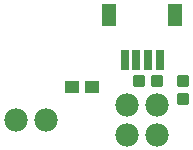
<source format=gts>
G75*
%MOIN*%
%OFA0B0*%
%FSLAX25Y25*%
%IPPOS*%
%LPD*%
%AMOC8*
5,1,8,0,0,1.08239X$1,22.5*
%
%ADD10R,0.02762X0.06502*%
%ADD11R,0.05124X0.07487*%
%ADD12C,0.07800*%
%ADD13R,0.04731X0.04337*%
%ADD14C,0.01287*%
D10*
X0070594Y0033587D03*
X0074531Y0033587D03*
X0078469Y0033587D03*
X0082406Y0033587D03*
D11*
X0087524Y0048843D03*
X0065476Y0048843D03*
D12*
X0034500Y0013800D03*
X0044500Y0013800D03*
X0071500Y0008800D03*
X0081500Y0008800D03*
X0081500Y0018800D03*
X0071500Y0018800D03*
D13*
X0059846Y0024800D03*
X0053154Y0024800D03*
D14*
X0074193Y0025493D02*
X0076807Y0025493D01*
X0074193Y0025493D02*
X0074193Y0028107D01*
X0076807Y0028107D01*
X0076807Y0025493D01*
X0076807Y0026716D02*
X0074193Y0026716D01*
X0074193Y0027939D02*
X0076807Y0027939D01*
X0080193Y0025493D02*
X0082807Y0025493D01*
X0080193Y0025493D02*
X0080193Y0028107D01*
X0082807Y0028107D01*
X0082807Y0025493D01*
X0082807Y0026716D02*
X0080193Y0026716D01*
X0080193Y0027939D02*
X0082807Y0027939D01*
X0091307Y0028107D02*
X0091307Y0025493D01*
X0088693Y0025493D01*
X0088693Y0028107D01*
X0091307Y0028107D01*
X0091307Y0026716D02*
X0088693Y0026716D01*
X0088693Y0027939D02*
X0091307Y0027939D01*
X0091307Y0022107D02*
X0091307Y0019493D01*
X0088693Y0019493D01*
X0088693Y0022107D01*
X0091307Y0022107D01*
X0091307Y0020716D02*
X0088693Y0020716D01*
X0088693Y0021939D02*
X0091307Y0021939D01*
M02*

</source>
